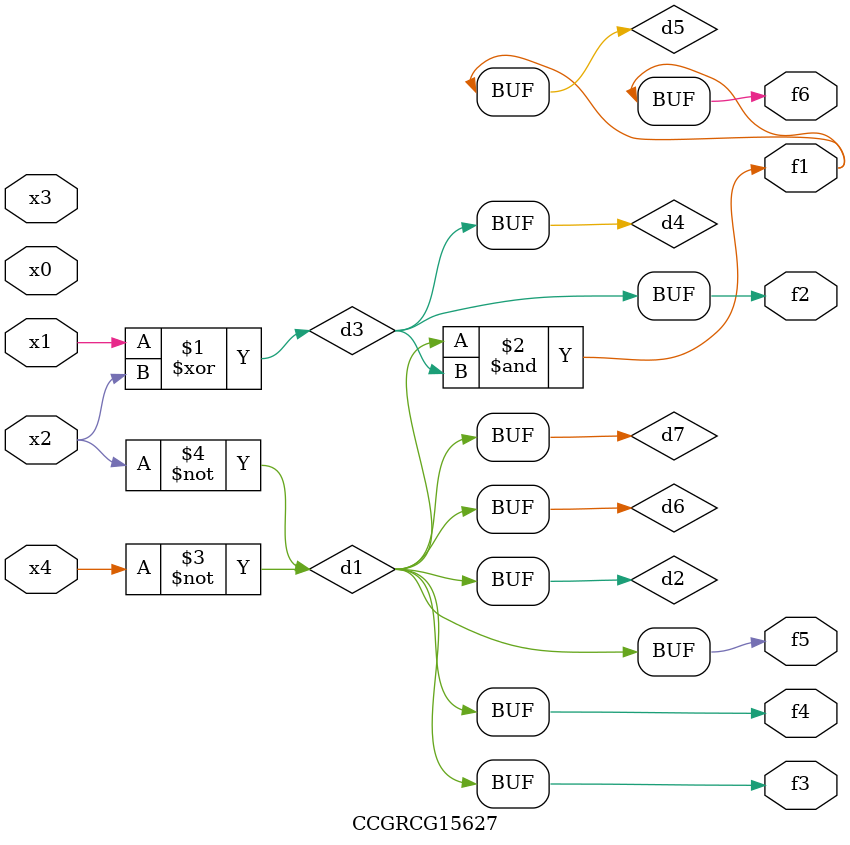
<source format=v>
module CCGRCG15627(
	input x0, x1, x2, x3, x4,
	output f1, f2, f3, f4, f5, f6
);

	wire d1, d2, d3, d4, d5, d6, d7;

	not (d1, x4);
	not (d2, x2);
	xor (d3, x1, x2);
	buf (d4, d3);
	and (d5, d1, d3);
	buf (d6, d1, d2);
	buf (d7, d2);
	assign f1 = d5;
	assign f2 = d4;
	assign f3 = d7;
	assign f4 = d7;
	assign f5 = d7;
	assign f6 = d5;
endmodule

</source>
